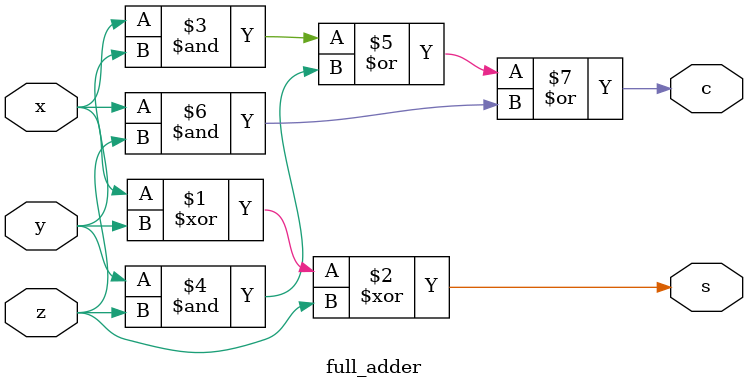
<source format=sv>
module full_adder (input x, y, z,
						 output s, c);
						 
	assign s = x^y^z;
	assign c = (x&y)|(y&z)|(x&z);

endmodule
</source>
